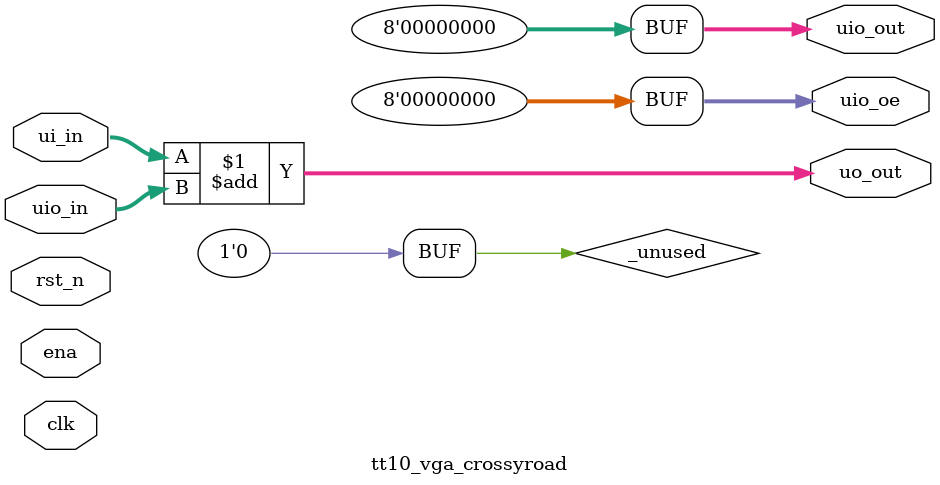
<source format=v>
/*
 * Copyright (c) 2025 Matthew Chen, Jovan Koledin, Ryan Leahy
 * SPDX-License-Identifier: Apache-2.0
 */

`default_nettype none

module tt10_vga_crossyroad (
    input  wire [7:0] ui_in,    // Dedicated inputs
    output wire [7:0] uo_out,   // Dedicated outputs
    input  wire [7:0] uio_in,   // IOs: Input path
    output wire [7:0] uio_out,  // IOs: Output path
    output wire [7:0] uio_oe,   // IOs: Enable path (active high: 0=input, 1=output)
    input  wire       ena,      // always 1 when the design is powered, so you can ignore it
    input  wire       clk,      // clock
    input  wire       rst_n     // reset_n - low to reset
);

  // All output pins must be assigned. If not used, assign to 0.
  assign uo_out  = ui_in + uio_in;  // Example: ou_out is the sum of ui_in and uio_in
  assign uio_out = 0;
  assign uio_oe  = 0;

  // List all unused inputs to prevent warnings
  wire _unused = &{ena, clk, rst_n, 1'b0};


  crossyroad game1 (
    .move(),

    .vga_hsync(),
    .vga_vsync(),
    .vga_red(),
    .vga_green(),
    .vga_blue(),

    .clk(),
    .sys_rst(rst_n),

    //.debug_in(),
  );

endmodule

</source>
